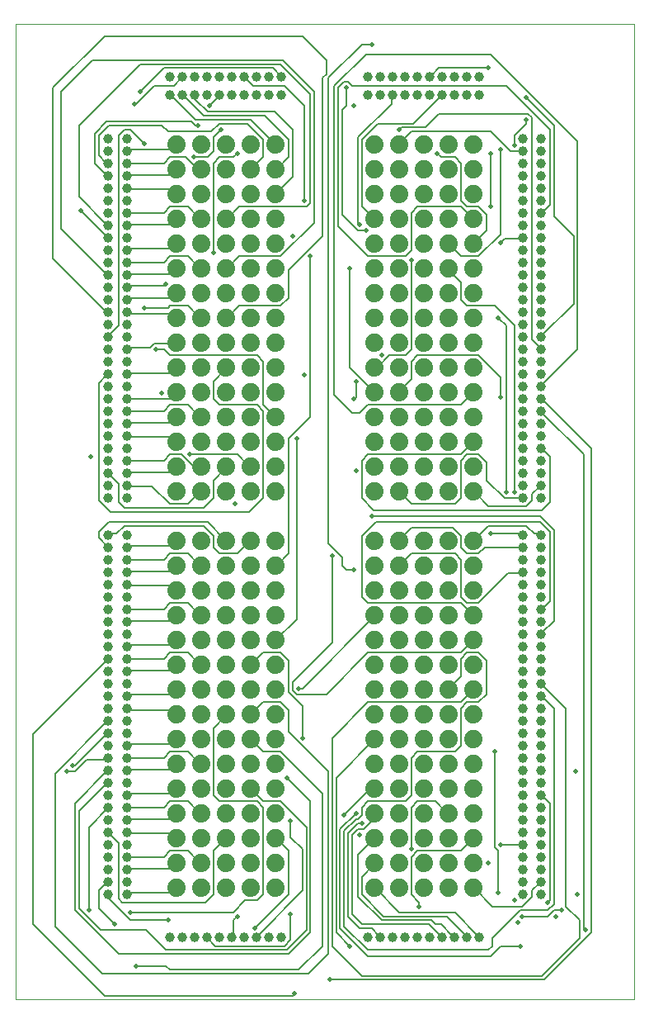
<source format=gtl>
G75*
%MOIN*%
%OFA0B0*%
%FSLAX25Y25*%
%IPPOS*%
%LPD*%
%AMOC8*
5,1,8,0,0,1.08239X$1,22.5*
%
%ADD10C,0.00000*%
%ADD11C,0.07400*%
%ADD12C,0.03937*%
%ADD13C,0.00800*%
%ADD14C,0.02000*%
D10*
X0001000Y0002650D02*
X0001000Y0396351D01*
X0250921Y0396351D01*
X0250921Y0002650D01*
X0001000Y0002650D01*
D11*
X0066000Y0047650D03*
X0066000Y0057650D03*
X0066000Y0067650D03*
X0066000Y0077650D03*
X0066000Y0087650D03*
X0066000Y0097650D03*
X0066000Y0107650D03*
X0066000Y0117650D03*
X0066000Y0127650D03*
X0066000Y0137650D03*
X0066000Y0147650D03*
X0066000Y0157650D03*
X0066000Y0167650D03*
X0066000Y0177650D03*
X0066000Y0187650D03*
X0076000Y0187650D03*
X0076000Y0177650D03*
X0076000Y0167650D03*
X0076000Y0157650D03*
X0076000Y0147650D03*
X0076000Y0137650D03*
X0076000Y0127650D03*
X0076000Y0117650D03*
X0076000Y0107650D03*
X0076000Y0097650D03*
X0076000Y0087650D03*
X0076000Y0077650D03*
X0076000Y0067650D03*
X0076000Y0057650D03*
X0076000Y0047650D03*
X0086000Y0047650D03*
X0086000Y0057650D03*
X0086000Y0067650D03*
X0086000Y0077650D03*
X0086000Y0087650D03*
X0086000Y0097650D03*
X0086000Y0107650D03*
X0086000Y0117650D03*
X0086000Y0127650D03*
X0086000Y0137650D03*
X0086000Y0147650D03*
X0086000Y0157650D03*
X0086000Y0167650D03*
X0086000Y0177650D03*
X0086000Y0187650D03*
X0096000Y0187650D03*
X0096000Y0177650D03*
X0096000Y0167650D03*
X0096000Y0157650D03*
X0096000Y0147650D03*
X0096000Y0137650D03*
X0096000Y0127650D03*
X0096000Y0117650D03*
X0096000Y0107650D03*
X0096000Y0097650D03*
X0096000Y0087650D03*
X0096000Y0077650D03*
X0096000Y0067650D03*
X0096000Y0057650D03*
X0096000Y0047650D03*
X0106000Y0047650D03*
X0106000Y0057650D03*
X0106000Y0067650D03*
X0106000Y0077650D03*
X0106000Y0087650D03*
X0106000Y0097650D03*
X0106000Y0107650D03*
X0106000Y0117650D03*
X0106000Y0127650D03*
X0106000Y0137650D03*
X0106000Y0147650D03*
X0106000Y0157650D03*
X0106000Y0167650D03*
X0106000Y0177650D03*
X0106000Y0187650D03*
X0106000Y0207650D03*
X0106000Y0217650D03*
X0106000Y0227650D03*
X0106000Y0237650D03*
X0106000Y0247650D03*
X0106000Y0257650D03*
X0106000Y0267650D03*
X0106000Y0277650D03*
X0106000Y0287650D03*
X0106000Y0297650D03*
X0106000Y0307650D03*
X0106000Y0317650D03*
X0106000Y0327650D03*
X0106000Y0337650D03*
X0106000Y0347650D03*
X0096000Y0347650D03*
X0096000Y0337650D03*
X0096000Y0327650D03*
X0096000Y0317650D03*
X0096000Y0307650D03*
X0096000Y0297650D03*
X0096000Y0287650D03*
X0096000Y0277650D03*
X0096000Y0267650D03*
X0096000Y0257650D03*
X0096000Y0247650D03*
X0096000Y0237650D03*
X0096000Y0227650D03*
X0096000Y0217650D03*
X0096000Y0207650D03*
X0086000Y0207650D03*
X0086000Y0217650D03*
X0086000Y0227650D03*
X0086000Y0237650D03*
X0086000Y0247650D03*
X0086000Y0257650D03*
X0086000Y0267650D03*
X0086000Y0277650D03*
X0086000Y0287650D03*
X0086000Y0297650D03*
X0086000Y0307650D03*
X0086000Y0317650D03*
X0086000Y0327650D03*
X0086000Y0337650D03*
X0086000Y0347650D03*
X0076000Y0347650D03*
X0076000Y0337650D03*
X0076000Y0327650D03*
X0076000Y0317650D03*
X0076000Y0307650D03*
X0076000Y0297650D03*
X0076000Y0287650D03*
X0076000Y0277650D03*
X0076000Y0267650D03*
X0076000Y0257650D03*
X0076000Y0247650D03*
X0076000Y0237650D03*
X0076000Y0227650D03*
X0076000Y0217650D03*
X0076000Y0207650D03*
X0066000Y0207650D03*
X0066000Y0217650D03*
X0066000Y0227650D03*
X0066000Y0237650D03*
X0066000Y0247650D03*
X0066000Y0257650D03*
X0066000Y0267650D03*
X0066000Y0277650D03*
X0066000Y0287650D03*
X0066000Y0297650D03*
X0066000Y0307650D03*
X0066000Y0317650D03*
X0066000Y0327650D03*
X0066000Y0337650D03*
X0066000Y0347650D03*
X0146000Y0347650D03*
X0146000Y0337650D03*
X0146000Y0327650D03*
X0146000Y0317650D03*
X0146000Y0307650D03*
X0146000Y0297650D03*
X0146000Y0287650D03*
X0146000Y0277650D03*
X0146000Y0267650D03*
X0146000Y0257650D03*
X0146000Y0247650D03*
X0146000Y0237650D03*
X0146000Y0227650D03*
X0146000Y0217650D03*
X0146000Y0207650D03*
X0156000Y0207650D03*
X0156000Y0217650D03*
X0156000Y0227650D03*
X0156000Y0237650D03*
X0156000Y0247650D03*
X0156000Y0257650D03*
X0156000Y0267650D03*
X0156000Y0277650D03*
X0156000Y0287650D03*
X0156000Y0297650D03*
X0156000Y0307650D03*
X0156000Y0317650D03*
X0156000Y0327650D03*
X0156000Y0337650D03*
X0156000Y0347650D03*
X0166000Y0347650D03*
X0166000Y0337650D03*
X0166000Y0327650D03*
X0166000Y0317650D03*
X0166000Y0307650D03*
X0166000Y0297650D03*
X0166000Y0287650D03*
X0166000Y0277650D03*
X0166000Y0267650D03*
X0166000Y0257650D03*
X0166000Y0247650D03*
X0166000Y0237650D03*
X0166000Y0227650D03*
X0166000Y0217650D03*
X0166000Y0207650D03*
X0176000Y0207650D03*
X0176000Y0217650D03*
X0176000Y0227650D03*
X0176000Y0237650D03*
X0176000Y0247650D03*
X0176000Y0257650D03*
X0176000Y0267650D03*
X0176000Y0277650D03*
X0176000Y0287650D03*
X0176000Y0297650D03*
X0176000Y0307650D03*
X0176000Y0317650D03*
X0176000Y0327650D03*
X0176000Y0337650D03*
X0176000Y0347650D03*
X0186000Y0347650D03*
X0186000Y0337650D03*
X0186000Y0327650D03*
X0186000Y0317650D03*
X0186000Y0307650D03*
X0186000Y0297650D03*
X0186000Y0287650D03*
X0186000Y0277650D03*
X0186000Y0267650D03*
X0186000Y0257650D03*
X0186000Y0247650D03*
X0186000Y0237650D03*
X0186000Y0227650D03*
X0186000Y0217650D03*
X0186000Y0207650D03*
X0186000Y0187650D03*
X0186000Y0177650D03*
X0186000Y0167650D03*
X0186000Y0157650D03*
X0186000Y0147650D03*
X0186000Y0137650D03*
X0186000Y0127650D03*
X0186000Y0117650D03*
X0186000Y0107650D03*
X0186000Y0097650D03*
X0186000Y0087650D03*
X0186000Y0077650D03*
X0186000Y0067650D03*
X0186000Y0057650D03*
X0186000Y0047650D03*
X0176000Y0047650D03*
X0176000Y0057650D03*
X0176000Y0067650D03*
X0176000Y0077650D03*
X0176000Y0087650D03*
X0176000Y0097650D03*
X0176000Y0107650D03*
X0176000Y0117650D03*
X0176000Y0127650D03*
X0176000Y0137650D03*
X0176000Y0147650D03*
X0176000Y0157650D03*
X0176000Y0167650D03*
X0176000Y0177650D03*
X0176000Y0187650D03*
X0166000Y0187650D03*
X0166000Y0177650D03*
X0166000Y0167650D03*
X0166000Y0157650D03*
X0166000Y0147650D03*
X0166000Y0137650D03*
X0166000Y0127650D03*
X0166000Y0117650D03*
X0166000Y0107650D03*
X0166000Y0097650D03*
X0166000Y0087650D03*
X0166000Y0077650D03*
X0166000Y0067650D03*
X0166000Y0057650D03*
X0166000Y0047650D03*
X0156000Y0047650D03*
X0156000Y0057650D03*
X0156000Y0067650D03*
X0156000Y0077650D03*
X0156000Y0087650D03*
X0156000Y0097650D03*
X0156000Y0107650D03*
X0156000Y0117650D03*
X0156000Y0127650D03*
X0156000Y0137650D03*
X0156000Y0147650D03*
X0156000Y0157650D03*
X0156000Y0167650D03*
X0156000Y0177650D03*
X0156000Y0187650D03*
X0146000Y0187650D03*
X0146000Y0177650D03*
X0146000Y0167650D03*
X0146000Y0157650D03*
X0146000Y0147650D03*
X0146000Y0137650D03*
X0146000Y0127650D03*
X0146000Y0117650D03*
X0146000Y0107650D03*
X0146000Y0097650D03*
X0146000Y0087650D03*
X0146000Y0077650D03*
X0146000Y0067650D03*
X0146000Y0057650D03*
X0146000Y0047650D03*
D12*
X0143500Y0027650D03*
X0148500Y0027650D03*
X0153500Y0027650D03*
X0158500Y0027650D03*
X0163500Y0027650D03*
X0168500Y0027650D03*
X0173500Y0027650D03*
X0178500Y0027650D03*
X0183500Y0027650D03*
X0188500Y0027650D03*
X0206000Y0045150D03*
X0206000Y0050150D03*
X0206000Y0055150D03*
X0206000Y0060150D03*
X0206000Y0065150D03*
X0206000Y0070150D03*
X0206000Y0075150D03*
X0206000Y0080150D03*
X0206000Y0085150D03*
X0206000Y0090150D03*
X0206000Y0095150D03*
X0206000Y0100150D03*
X0206000Y0105150D03*
X0206000Y0110150D03*
X0206000Y0115150D03*
X0206000Y0120150D03*
X0206000Y0125150D03*
X0206000Y0130150D03*
X0206000Y0135150D03*
X0206000Y0140150D03*
X0206000Y0145150D03*
X0206000Y0150150D03*
X0206000Y0155150D03*
X0206000Y0160150D03*
X0206000Y0165150D03*
X0206000Y0170150D03*
X0206000Y0175150D03*
X0206000Y0180150D03*
X0206000Y0185150D03*
X0206000Y0190150D03*
X0213500Y0190150D03*
X0213500Y0185150D03*
X0213500Y0180150D03*
X0213500Y0175150D03*
X0213500Y0170150D03*
X0213500Y0165150D03*
X0213500Y0160150D03*
X0213500Y0155150D03*
X0213500Y0150150D03*
X0213500Y0145150D03*
X0213500Y0140150D03*
X0213500Y0135150D03*
X0213500Y0130150D03*
X0213500Y0125150D03*
X0213500Y0120150D03*
X0213500Y0115150D03*
X0213500Y0110150D03*
X0213500Y0105150D03*
X0213500Y0100150D03*
X0213500Y0095150D03*
X0213500Y0090150D03*
X0213500Y0085150D03*
X0213500Y0080150D03*
X0213500Y0075150D03*
X0213500Y0070150D03*
X0213500Y0065150D03*
X0213500Y0060150D03*
X0213500Y0055150D03*
X0213500Y0050150D03*
X0213500Y0045150D03*
X0213500Y0205150D03*
X0213500Y0210150D03*
X0213500Y0215150D03*
X0213500Y0220150D03*
X0213500Y0225150D03*
X0213500Y0230150D03*
X0213500Y0235150D03*
X0213500Y0240150D03*
X0213500Y0245150D03*
X0213500Y0250150D03*
X0213500Y0255150D03*
X0213500Y0260150D03*
X0213500Y0265150D03*
X0213500Y0270150D03*
X0213500Y0275150D03*
X0213500Y0280150D03*
X0213500Y0285150D03*
X0213500Y0290150D03*
X0213500Y0295150D03*
X0213500Y0300150D03*
X0213500Y0305150D03*
X0213500Y0310150D03*
X0213500Y0315150D03*
X0213500Y0320150D03*
X0213500Y0325150D03*
X0213500Y0330150D03*
X0213500Y0335150D03*
X0213500Y0340150D03*
X0213500Y0345150D03*
X0213500Y0350150D03*
X0206000Y0350150D03*
X0206000Y0345150D03*
X0206000Y0340150D03*
X0206000Y0335150D03*
X0206000Y0330150D03*
X0206000Y0325150D03*
X0206000Y0320150D03*
X0206000Y0315150D03*
X0206000Y0310150D03*
X0206000Y0305150D03*
X0206000Y0300150D03*
X0206000Y0295150D03*
X0206000Y0290150D03*
X0206000Y0285150D03*
X0206000Y0280150D03*
X0206000Y0275150D03*
X0206000Y0270150D03*
X0206000Y0265150D03*
X0206000Y0260150D03*
X0206000Y0255150D03*
X0206000Y0250150D03*
X0206000Y0245150D03*
X0206000Y0240150D03*
X0206000Y0235150D03*
X0206000Y0230150D03*
X0206000Y0225150D03*
X0206000Y0220150D03*
X0206000Y0215150D03*
X0206000Y0210150D03*
X0206000Y0205150D03*
X0188500Y0367650D03*
X0183500Y0367650D03*
X0178500Y0367650D03*
X0173500Y0367650D03*
X0168500Y0367650D03*
X0163500Y0367650D03*
X0158500Y0367650D03*
X0153500Y0367650D03*
X0148500Y0367650D03*
X0143500Y0367650D03*
X0143500Y0375150D03*
X0148500Y0375150D03*
X0153500Y0375150D03*
X0158500Y0375150D03*
X0163500Y0375150D03*
X0168500Y0375150D03*
X0173500Y0375150D03*
X0178500Y0375150D03*
X0183500Y0375150D03*
X0188500Y0375150D03*
X0108500Y0375150D03*
X0103500Y0375150D03*
X0098500Y0375150D03*
X0093500Y0375150D03*
X0088500Y0375150D03*
X0083500Y0375150D03*
X0078500Y0375150D03*
X0073500Y0375150D03*
X0068500Y0375150D03*
X0063500Y0375150D03*
X0063500Y0367650D03*
X0068500Y0367650D03*
X0073500Y0367650D03*
X0078500Y0367650D03*
X0083500Y0367650D03*
X0088500Y0367650D03*
X0093500Y0367650D03*
X0098500Y0367650D03*
X0103500Y0367650D03*
X0108500Y0367650D03*
X0046000Y0350150D03*
X0046000Y0345150D03*
X0046000Y0340150D03*
X0046000Y0335150D03*
X0046000Y0330150D03*
X0046000Y0325150D03*
X0046000Y0320150D03*
X0046000Y0315150D03*
X0046000Y0310150D03*
X0046000Y0305150D03*
X0046000Y0300150D03*
X0046000Y0295150D03*
X0046000Y0290150D03*
X0046000Y0285150D03*
X0046000Y0280150D03*
X0046000Y0275150D03*
X0046000Y0270150D03*
X0046000Y0265150D03*
X0046000Y0260150D03*
X0046000Y0255150D03*
X0046000Y0250150D03*
X0046000Y0245150D03*
X0046000Y0240150D03*
X0046000Y0235150D03*
X0046000Y0230150D03*
X0046000Y0225150D03*
X0046000Y0220150D03*
X0046000Y0215150D03*
X0046000Y0210150D03*
X0046000Y0205150D03*
X0038500Y0205150D03*
X0038500Y0210150D03*
X0038500Y0215150D03*
X0038500Y0220150D03*
X0038500Y0225150D03*
X0038500Y0230150D03*
X0038500Y0235150D03*
X0038500Y0240150D03*
X0038500Y0245150D03*
X0038500Y0250150D03*
X0038500Y0255150D03*
X0038500Y0260150D03*
X0038500Y0265150D03*
X0038500Y0270150D03*
X0038500Y0275150D03*
X0038500Y0280150D03*
X0038500Y0285150D03*
X0038500Y0290150D03*
X0038500Y0295150D03*
X0038500Y0300150D03*
X0038500Y0305150D03*
X0038500Y0310150D03*
X0038500Y0315150D03*
X0038500Y0320150D03*
X0038500Y0325150D03*
X0038500Y0330150D03*
X0038500Y0335150D03*
X0038500Y0340150D03*
X0038500Y0345150D03*
X0038500Y0350150D03*
X0038500Y0190150D03*
X0038500Y0185150D03*
X0038500Y0180150D03*
X0038500Y0175150D03*
X0038500Y0170150D03*
X0038500Y0165150D03*
X0038500Y0160150D03*
X0038500Y0155150D03*
X0038500Y0150150D03*
X0038500Y0145150D03*
X0038500Y0140150D03*
X0038500Y0135150D03*
X0038500Y0130150D03*
X0038500Y0125150D03*
X0038500Y0120150D03*
X0038500Y0115150D03*
X0038500Y0110150D03*
X0038500Y0105150D03*
X0038500Y0100150D03*
X0038500Y0095150D03*
X0038500Y0090150D03*
X0038500Y0085150D03*
X0038500Y0080150D03*
X0038500Y0075150D03*
X0038500Y0070150D03*
X0038500Y0065150D03*
X0038500Y0060150D03*
X0038500Y0055150D03*
X0038500Y0050150D03*
X0038500Y0045150D03*
X0046000Y0045150D03*
X0046000Y0050150D03*
X0046000Y0055150D03*
X0046000Y0060150D03*
X0046000Y0065150D03*
X0046000Y0070150D03*
X0046000Y0075150D03*
X0046000Y0080150D03*
X0046000Y0085150D03*
X0046000Y0090150D03*
X0046000Y0095150D03*
X0046000Y0100150D03*
X0046000Y0105150D03*
X0046000Y0110150D03*
X0046000Y0115150D03*
X0046000Y0120150D03*
X0046000Y0125150D03*
X0046000Y0130150D03*
X0046000Y0135150D03*
X0046000Y0140150D03*
X0046000Y0145150D03*
X0046000Y0150150D03*
X0046000Y0155150D03*
X0046000Y0160150D03*
X0046000Y0165150D03*
X0046000Y0170150D03*
X0046000Y0175150D03*
X0046000Y0180150D03*
X0046000Y0185150D03*
X0046000Y0190150D03*
X0063500Y0027650D03*
X0068500Y0027650D03*
X0073500Y0027650D03*
X0078500Y0027650D03*
X0083500Y0027650D03*
X0088500Y0027650D03*
X0093500Y0027650D03*
X0098500Y0027650D03*
X0103500Y0027650D03*
X0108500Y0027650D03*
D13*
X0109800Y0024250D02*
X0112200Y0026650D01*
X0112200Y0037050D01*
X0111400Y0045050D02*
X0111400Y0062650D01*
X0106600Y0067450D01*
X0106000Y0067650D01*
X0112200Y0068250D02*
X0112200Y0074650D01*
X0112200Y0068250D02*
X0117000Y0063450D01*
X0117000Y0046650D01*
X0098600Y0028250D01*
X0098500Y0027650D01*
X0097800Y0031450D02*
X0111400Y0045050D01*
X0101000Y0045050D02*
X0101000Y0080250D01*
X0098600Y0082650D01*
X0083400Y0082650D01*
X0081000Y0085050D01*
X0081000Y0112250D01*
X0085800Y0117050D01*
X0086000Y0117650D01*
X0096000Y0117650D02*
X0101000Y0122650D01*
X0108200Y0122650D01*
X0111400Y0119450D01*
X0111400Y0110650D01*
X0127400Y0094650D01*
X0127400Y0021050D01*
X0119400Y0013050D01*
X0036200Y0013050D01*
X0017000Y0032250D01*
X0017000Y0093850D01*
X0037800Y0114650D01*
X0038500Y0115150D01*
X0038500Y0110150D02*
X0037800Y0109850D01*
X0025000Y0097050D01*
X0024200Y0097050D01*
X0025000Y0094650D02*
X0021800Y0094650D01*
X0025000Y0094650D02*
X0029800Y0099450D01*
X0037800Y0099450D01*
X0038500Y0100150D01*
X0038500Y0095150D02*
X0037800Y0094650D01*
X0025000Y0081850D01*
X0025000Y0038650D01*
X0042600Y0021050D01*
X0111400Y0021050D01*
X0120200Y0029850D01*
X0120200Y0082650D01*
X0110600Y0092250D01*
X0108200Y0102650D02*
X0101000Y0102650D01*
X0096000Y0107650D01*
X0108200Y0102650D02*
X0125000Y0085850D01*
X0125000Y0024250D01*
X0115400Y0014650D01*
X0063400Y0014650D01*
X0061800Y0016250D01*
X0049800Y0016250D01*
X0061800Y0022650D02*
X0053800Y0030650D01*
X0035400Y0030650D01*
X0026600Y0039450D01*
X0026600Y0078650D01*
X0037800Y0089850D01*
X0038500Y0090150D01*
X0038500Y0080150D02*
X0030600Y0072250D01*
X0030600Y0038650D01*
X0034600Y0039450D02*
X0041000Y0033050D01*
X0047400Y0034650D02*
X0038600Y0043450D01*
X0038600Y0045050D01*
X0038500Y0045150D01*
X0034600Y0046650D02*
X0037800Y0049850D01*
X0038500Y0050150D01*
X0034600Y0046650D02*
X0034600Y0039450D01*
X0042600Y0043450D02*
X0044200Y0041850D01*
X0077800Y0041850D01*
X0081000Y0045050D01*
X0081000Y0062650D01*
X0086000Y0067650D01*
X0076000Y0057650D02*
X0075400Y0057850D01*
X0070600Y0062650D01*
X0063400Y0062650D01*
X0061000Y0060250D01*
X0046600Y0060250D01*
X0046000Y0060150D01*
X0046600Y0055450D02*
X0046000Y0055150D01*
X0046600Y0055450D02*
X0064200Y0055450D01*
X0065800Y0057050D01*
X0066000Y0057650D01*
X0066000Y0047650D02*
X0064200Y0045850D01*
X0046600Y0045850D01*
X0046000Y0045150D01*
X0042600Y0043450D02*
X0042600Y0065850D01*
X0038600Y0069850D01*
X0038500Y0070150D01*
X0046000Y0070150D02*
X0046600Y0069850D01*
X0064200Y0069850D01*
X0065800Y0068250D01*
X0066000Y0067650D01*
X0064200Y0075450D02*
X0065800Y0077050D01*
X0066000Y0077650D01*
X0064200Y0075450D02*
X0046600Y0075450D01*
X0046000Y0075150D01*
X0046000Y0080150D02*
X0046600Y0080250D01*
X0061000Y0080250D01*
X0063400Y0082650D01*
X0070600Y0082650D01*
X0075400Y0077850D01*
X0076000Y0077650D01*
X0066000Y0087650D02*
X0064200Y0085850D01*
X0046600Y0085850D01*
X0046000Y0085150D01*
X0046000Y0095150D02*
X0046600Y0095450D01*
X0064200Y0095450D01*
X0065800Y0097050D01*
X0066000Y0097650D01*
X0063400Y0102650D02*
X0070600Y0102650D01*
X0075400Y0097850D01*
X0076000Y0097650D01*
X0066000Y0107650D02*
X0064200Y0105850D01*
X0046600Y0105850D01*
X0046000Y0105150D01*
X0046600Y0100250D02*
X0046000Y0100150D01*
X0046600Y0100250D02*
X0061000Y0100250D01*
X0063400Y0102650D01*
X0066000Y0117650D02*
X0064200Y0119450D01*
X0046600Y0119450D01*
X0046000Y0120150D01*
X0046000Y0125150D02*
X0046600Y0125850D01*
X0064200Y0125850D01*
X0066000Y0127650D01*
X0064200Y0135450D02*
X0065800Y0137050D01*
X0066000Y0137650D01*
X0064200Y0135450D02*
X0046600Y0135450D01*
X0046000Y0135150D01*
X0046000Y0140150D02*
X0046600Y0140250D01*
X0061000Y0140250D01*
X0063400Y0142650D01*
X0070600Y0142650D01*
X0075400Y0137850D01*
X0076000Y0137650D01*
X0066000Y0147650D02*
X0064200Y0145850D01*
X0046600Y0145850D01*
X0046000Y0145150D01*
X0038500Y0140150D02*
X0008200Y0109850D01*
X0008200Y0033050D01*
X0037000Y0004250D01*
X0113000Y0004250D01*
X0113800Y0005050D01*
X0110600Y0022650D02*
X0118600Y0030650D01*
X0118600Y0072250D01*
X0108200Y0082650D01*
X0101000Y0082650D01*
X0096000Y0087650D01*
X0117000Y0108250D02*
X0117000Y0121050D01*
X0111400Y0126650D01*
X0111400Y0139450D01*
X0108200Y0142650D01*
X0101000Y0142650D01*
X0096000Y0137650D01*
X0106000Y0147650D02*
X0114600Y0156250D01*
X0114600Y0229050D01*
X0111400Y0229050D02*
X0111400Y0182650D01*
X0106600Y0177850D01*
X0106000Y0177650D01*
X0096000Y0187650D02*
X0095400Y0187450D01*
X0090600Y0182650D01*
X0083400Y0182650D01*
X0081000Y0185050D01*
X0081000Y0189850D01*
X0077000Y0193850D01*
X0045000Y0193850D01*
X0041800Y0190650D01*
X0038600Y0190650D01*
X0038500Y0190150D01*
X0034600Y0189050D02*
X0038500Y0185150D01*
X0034600Y0189050D02*
X0034600Y0191450D01*
X0038600Y0195450D01*
X0078600Y0195450D01*
X0085800Y0188250D01*
X0086000Y0187650D01*
X0095400Y0199450D02*
X0101000Y0205050D01*
X0101000Y0240250D01*
X0098600Y0242650D01*
X0083400Y0242650D01*
X0081000Y0245050D01*
X0081000Y0252250D01*
X0085800Y0257050D01*
X0086000Y0257650D01*
X0098600Y0262650D02*
X0101000Y0260250D01*
X0101000Y0242650D01*
X0106000Y0237650D01*
X0111400Y0229050D02*
X0120200Y0237850D01*
X0120200Y0302650D01*
X0125000Y0310650D02*
X0111400Y0297050D01*
X0111400Y0285850D01*
X0108200Y0282650D01*
X0091400Y0282650D01*
X0086600Y0277850D01*
X0086000Y0277650D01*
X0076000Y0277650D02*
X0075400Y0277850D01*
X0070600Y0282650D01*
X0063400Y0282650D01*
X0062600Y0281850D01*
X0053000Y0281850D01*
X0046600Y0279450D02*
X0046000Y0280150D01*
X0046600Y0279450D02*
X0064200Y0279450D01*
X0066000Y0277650D01*
X0064200Y0285850D02*
X0066000Y0287650D01*
X0064200Y0285850D02*
X0046600Y0285850D01*
X0046000Y0285150D01*
X0046000Y0290150D02*
X0046600Y0290650D01*
X0061000Y0290650D01*
X0061800Y0291450D01*
X0064200Y0295450D02*
X0065800Y0297050D01*
X0066000Y0297650D01*
X0064200Y0295450D02*
X0046600Y0295450D01*
X0046000Y0295150D01*
X0046000Y0300150D02*
X0046600Y0300250D01*
X0061000Y0300250D01*
X0063400Y0302650D01*
X0070600Y0302650D01*
X0075400Y0297850D01*
X0076000Y0297650D01*
X0081000Y0304250D02*
X0081000Y0340250D01*
X0083400Y0342650D01*
X0089000Y0342650D01*
X0090600Y0344250D01*
X0096000Y0337650D02*
X0101000Y0342650D01*
X0101000Y0349850D01*
X0094600Y0356250D01*
X0083400Y0356250D01*
X0080200Y0353050D01*
X0062600Y0353050D01*
X0060200Y0355450D01*
X0038600Y0355450D01*
X0034600Y0351450D01*
X0034600Y0343450D01*
X0037800Y0340250D01*
X0038500Y0340150D01*
X0037800Y0335450D02*
X0038500Y0335150D01*
X0037800Y0335450D02*
X0033000Y0340250D01*
X0033000Y0352250D01*
X0037800Y0357050D01*
X0072200Y0357050D01*
X0073800Y0355450D01*
X0074600Y0355450D01*
X0073800Y0357850D02*
X0096200Y0357850D01*
X0105800Y0348250D01*
X0106000Y0347650D01*
X0111400Y0349850D02*
X0111400Y0342650D01*
X0106600Y0337850D01*
X0106000Y0337650D01*
X0113000Y0334650D02*
X0106000Y0327650D01*
X0113000Y0334650D02*
X0113000Y0353850D01*
X0105800Y0361050D01*
X0078600Y0361050D01*
X0073800Y0365850D01*
X0073800Y0367450D01*
X0073500Y0367650D01*
X0069000Y0367450D02*
X0077000Y0359450D01*
X0101800Y0359450D01*
X0111400Y0349850D01*
X0117800Y0363450D02*
X0117800Y0325050D01*
X0118600Y0322650D02*
X0091400Y0322650D01*
X0086600Y0317850D01*
X0086000Y0317650D01*
X0091400Y0302650D02*
X0086600Y0297850D01*
X0086000Y0297650D01*
X0091400Y0302650D02*
X0108200Y0302650D01*
X0121800Y0316250D01*
X0121800Y0369050D01*
X0109000Y0381850D01*
X0032200Y0381850D01*
X0019400Y0369050D01*
X0019400Y0313850D01*
X0037800Y0295450D01*
X0038500Y0295150D01*
X0046000Y0305150D02*
X0046600Y0305850D01*
X0064200Y0305850D01*
X0066000Y0307650D01*
X0064200Y0315450D02*
X0065800Y0317050D01*
X0066000Y0317650D01*
X0064200Y0315450D02*
X0046600Y0315450D01*
X0046000Y0315150D01*
X0046000Y0320150D02*
X0046600Y0320250D01*
X0061000Y0320250D01*
X0063400Y0322650D01*
X0070600Y0322650D01*
X0075400Y0317850D01*
X0076000Y0317650D01*
X0066000Y0327650D02*
X0065800Y0328250D01*
X0064200Y0329850D01*
X0046600Y0329850D01*
X0046000Y0330150D01*
X0046000Y0335150D02*
X0046600Y0335450D01*
X0064200Y0335450D01*
X0065800Y0337050D01*
X0066000Y0337650D01*
X0063400Y0342650D02*
X0069800Y0342650D01*
X0075400Y0337050D01*
X0076000Y0337650D01*
X0078600Y0342650D02*
X0073000Y0342650D01*
X0066000Y0347650D02*
X0064200Y0345850D01*
X0046600Y0345850D01*
X0046000Y0345150D01*
X0046600Y0340250D02*
X0046000Y0340150D01*
X0046600Y0340250D02*
X0061000Y0340250D01*
X0063400Y0342650D01*
X0053000Y0348250D02*
X0047400Y0353850D01*
X0045000Y0353850D01*
X0042600Y0351450D01*
X0042600Y0274650D01*
X0038600Y0270650D01*
X0038500Y0270150D01*
X0046000Y0265150D02*
X0046600Y0265850D01*
X0055400Y0265850D01*
X0057000Y0267450D01*
X0065800Y0267450D01*
X0066000Y0267650D01*
X0063400Y0262650D02*
X0098600Y0262650D01*
X0076000Y0237650D02*
X0075400Y0237850D01*
X0070600Y0242650D01*
X0063400Y0242650D01*
X0061000Y0240250D01*
X0046600Y0240250D01*
X0046000Y0240150D01*
X0046600Y0235450D02*
X0046000Y0235150D01*
X0046600Y0235450D02*
X0064200Y0235450D01*
X0065800Y0237050D01*
X0066000Y0237650D01*
X0063400Y0245050D02*
X0066000Y0247650D01*
X0063400Y0245050D02*
X0046600Y0245050D01*
X0046000Y0245150D01*
X0046000Y0255150D02*
X0046600Y0255450D01*
X0064200Y0255450D01*
X0065800Y0257050D01*
X0066000Y0257650D01*
X0063400Y0262650D02*
X0061000Y0265050D01*
X0057800Y0265050D01*
X0038500Y0255150D02*
X0037800Y0254650D01*
X0034600Y0251450D01*
X0034600Y0204250D01*
X0039400Y0199450D01*
X0095400Y0199450D01*
X0096000Y0217650D02*
X0095400Y0217850D01*
X0090600Y0222650D01*
X0071400Y0222650D01*
X0068200Y0222650D02*
X0073000Y0217850D01*
X0075400Y0217850D01*
X0076000Y0217650D01*
X0081000Y0212250D02*
X0085800Y0217050D01*
X0086000Y0217650D01*
X0081000Y0212250D02*
X0081000Y0205050D01*
X0077000Y0201050D01*
X0045000Y0201050D01*
X0042600Y0203450D01*
X0042600Y0210650D01*
X0038600Y0214650D01*
X0038500Y0215150D01*
X0046000Y0215150D02*
X0046600Y0215450D01*
X0064200Y0215450D01*
X0065800Y0217050D01*
X0066000Y0217650D01*
X0068200Y0222650D02*
X0063400Y0222650D01*
X0061000Y0220250D01*
X0046600Y0220250D01*
X0046000Y0220150D01*
X0046600Y0229850D02*
X0046000Y0230150D01*
X0046600Y0229850D02*
X0064200Y0229850D01*
X0065800Y0228250D01*
X0066000Y0227650D01*
X0056200Y0209850D02*
X0063400Y0202650D01*
X0070600Y0202650D01*
X0075400Y0207450D01*
X0076000Y0207650D01*
X0066000Y0187650D02*
X0064200Y0185850D01*
X0046600Y0185850D01*
X0046000Y0185150D01*
X0046600Y0180250D02*
X0046000Y0180150D01*
X0046600Y0180250D02*
X0061000Y0180250D01*
X0063400Y0182650D01*
X0070600Y0182650D01*
X0075400Y0177850D01*
X0076000Y0177650D01*
X0066000Y0177650D02*
X0065800Y0177050D01*
X0064200Y0175450D01*
X0046600Y0175450D01*
X0046000Y0175150D01*
X0046000Y0170150D02*
X0046600Y0169850D01*
X0064200Y0169850D01*
X0065800Y0168250D01*
X0066000Y0167650D01*
X0063400Y0162650D02*
X0061000Y0160250D01*
X0046600Y0160250D01*
X0046000Y0160150D01*
X0046600Y0155450D02*
X0046000Y0155150D01*
X0046600Y0155450D02*
X0064200Y0155450D01*
X0065800Y0157050D01*
X0066000Y0157650D01*
X0063400Y0162650D02*
X0070600Y0162650D01*
X0075400Y0157850D01*
X0076000Y0157650D01*
X0056200Y0209850D02*
X0046600Y0209850D01*
X0046000Y0210150D01*
X0038500Y0280150D02*
X0037800Y0280250D01*
X0016200Y0301850D01*
X0016200Y0370650D01*
X0037000Y0391450D01*
X0117000Y0391450D01*
X0126600Y0381850D01*
X0126600Y0376250D01*
X0125000Y0374650D01*
X0125000Y0310650D01*
X0131400Y0314650D02*
X0143400Y0302650D01*
X0158600Y0302650D01*
X0161000Y0305050D01*
X0161000Y0320250D01*
X0163400Y0322650D01*
X0181000Y0322650D01*
X0186000Y0317650D01*
X0188200Y0322650D02*
X0183400Y0322650D01*
X0181000Y0325050D01*
X0181000Y0340250D01*
X0178600Y0342650D01*
X0173000Y0342650D01*
X0171400Y0344250D01*
X0166600Y0354650D02*
X0157000Y0354650D01*
X0156200Y0353850D01*
X0161000Y0353050D02*
X0156200Y0348250D01*
X0156000Y0347650D01*
X0161000Y0353050D02*
X0193000Y0353050D01*
X0201000Y0345050D01*
X0205800Y0345050D01*
X0206000Y0345150D01*
X0202600Y0347450D02*
X0202600Y0351450D01*
X0207400Y0356250D01*
X0207400Y0357850D01*
X0208200Y0360250D02*
X0172200Y0360250D01*
X0166600Y0354650D01*
X0161800Y0356250D02*
X0147400Y0356250D01*
X0141000Y0349850D01*
X0141000Y0322650D01*
X0146000Y0317650D01*
X0142600Y0313050D02*
X0139400Y0313050D01*
X0133000Y0319450D01*
X0133000Y0361850D01*
X0134600Y0363450D01*
X0134600Y0370650D01*
X0133800Y0373050D02*
X0131400Y0370650D01*
X0131400Y0314650D01*
X0139400Y0316250D02*
X0140200Y0315450D01*
X0139400Y0316250D02*
X0139400Y0350650D01*
X0153000Y0364250D01*
X0153000Y0367450D01*
X0153500Y0367650D01*
X0161800Y0356250D02*
X0173000Y0367450D01*
X0173500Y0367650D01*
X0169000Y0375450D02*
X0168500Y0375150D01*
X0169000Y0375450D02*
X0172200Y0378650D01*
X0192200Y0378650D01*
X0193000Y0384250D02*
X0142600Y0384250D01*
X0129800Y0371450D01*
X0129800Y0246650D01*
X0137000Y0239450D01*
X0140200Y0239450D01*
X0143400Y0242650D01*
X0181000Y0242650D01*
X0186000Y0247650D01*
X0197000Y0253850D02*
X0188200Y0262650D01*
X0163400Y0262650D01*
X0161000Y0260250D01*
X0161000Y0253050D01*
X0156200Y0248250D01*
X0156000Y0247650D01*
X0146600Y0257050D02*
X0146000Y0257650D01*
X0146600Y0257050D02*
X0152200Y0262650D01*
X0158600Y0262650D01*
X0161000Y0265050D01*
X0161000Y0301050D01*
X0176000Y0297650D02*
X0176200Y0297050D01*
X0181000Y0292250D01*
X0181000Y0285050D01*
X0183400Y0282650D01*
X0194600Y0282650D01*
X0202600Y0274650D01*
X0202600Y0207450D01*
X0199400Y0207450D02*
X0199400Y0274650D01*
X0196200Y0277850D01*
X0209800Y0269050D02*
X0209800Y0358650D01*
X0208200Y0360250D01*
X0207400Y0366650D02*
X0218600Y0355450D01*
X0218600Y0318650D01*
X0226600Y0310650D01*
X0226600Y0283450D01*
X0213800Y0270650D01*
X0213500Y0270150D01*
X0209800Y0269050D02*
X0213000Y0265850D01*
X0213500Y0265150D01*
X0213800Y0250650D02*
X0213500Y0250150D01*
X0213800Y0250650D02*
X0228200Y0265050D01*
X0228200Y0349050D01*
X0193000Y0384250D01*
X0199400Y0371450D02*
X0137000Y0371450D01*
X0135400Y0373050D01*
X0133800Y0373050D01*
X0127400Y0374650D02*
X0127400Y0186650D01*
X0133000Y0181050D01*
X0133000Y0177850D01*
X0134600Y0176250D01*
X0137800Y0176250D01*
X0129000Y0181850D02*
X0129000Y0146650D01*
X0113000Y0130650D01*
X0113000Y0127450D01*
X0114600Y0125850D01*
X0126600Y0125850D01*
X0143400Y0142650D01*
X0181000Y0142650D01*
X0186000Y0147650D01*
X0188200Y0142650D02*
X0183400Y0142650D01*
X0181000Y0140250D01*
X0181000Y0133050D01*
X0176200Y0128250D01*
X0176000Y0127650D01*
X0181000Y0122650D02*
X0186000Y0127650D01*
X0188200Y0122650D02*
X0183400Y0122650D01*
X0181000Y0120250D01*
X0181000Y0105050D01*
X0178600Y0102650D01*
X0163400Y0102650D01*
X0161000Y0100250D01*
X0161000Y0085050D01*
X0158600Y0082650D01*
X0143400Y0082650D01*
X0141000Y0080250D01*
X0141000Y0077050D01*
X0139400Y0075450D01*
X0138600Y0075450D01*
X0133800Y0070650D01*
X0133800Y0032250D01*
X0143400Y0022650D01*
X0192200Y0022650D01*
X0193800Y0024250D01*
X0193800Y0027450D01*
X0205000Y0038650D01*
X0216200Y0038650D01*
X0218600Y0041050D01*
X0218600Y0120250D01*
X0213800Y0125050D01*
X0213500Y0125150D01*
X0213500Y0130150D02*
X0223400Y0120250D01*
X0223400Y0040250D01*
X0229000Y0034650D01*
X0229000Y0027450D01*
X0213800Y0012250D01*
X0141000Y0012250D01*
X0129000Y0024250D01*
X0129000Y0108250D01*
X0143400Y0122650D01*
X0181000Y0122650D01*
X0188200Y0122650D02*
X0191400Y0125850D01*
X0191400Y0139450D01*
X0188200Y0142650D01*
X0186000Y0157650D02*
X0181000Y0162650D01*
X0143400Y0162650D01*
X0141000Y0165050D01*
X0141000Y0189850D01*
X0146600Y0195450D01*
X0213000Y0195450D01*
X0217000Y0191450D01*
X0217000Y0163450D01*
X0213800Y0160250D01*
X0213500Y0160150D01*
X0218600Y0155450D02*
X0218600Y0192250D01*
X0213000Y0197850D01*
X0145000Y0197850D01*
X0145800Y0200250D02*
X0141000Y0205050D01*
X0141000Y0220250D01*
X0143400Y0222650D01*
X0181000Y0222650D01*
X0186000Y0227650D01*
X0188200Y0222650D02*
X0183400Y0222650D01*
X0181000Y0220250D01*
X0181000Y0205050D01*
X0178600Y0202650D01*
X0161000Y0202650D01*
X0156000Y0207650D01*
X0145800Y0200250D02*
X0213800Y0200250D01*
X0217000Y0203450D01*
X0217000Y0221850D01*
X0213800Y0225050D01*
X0213500Y0225150D01*
X0213800Y0239450D02*
X0213500Y0240150D01*
X0213800Y0239450D02*
X0230600Y0222650D01*
X0230600Y0031450D01*
X0231400Y0030650D01*
X0233800Y0029850D02*
X0214600Y0010650D01*
X0128200Y0010650D01*
X0136200Y0024250D02*
X0130600Y0029850D01*
X0130600Y0092250D01*
X0146000Y0107650D01*
X0146000Y0087650D02*
X0145800Y0087450D01*
X0144200Y0087450D01*
X0133800Y0077050D01*
X0138600Y0077850D02*
X0132200Y0071450D01*
X0132200Y0031450D01*
X0143400Y0020250D01*
X0193000Y0020250D01*
X0197000Y0024250D01*
X0205000Y0024250D01*
X0205800Y0036250D02*
X0216200Y0036250D01*
X0218600Y0038650D01*
X0221800Y0038650D01*
X0217000Y0042650D02*
X0216200Y0041850D01*
X0217000Y0042650D02*
X0217000Y0081850D01*
X0213800Y0085050D01*
X0213500Y0085150D01*
X0206000Y0065150D02*
X0205800Y0065050D01*
X0197000Y0065050D01*
X0194600Y0064250D02*
X0196200Y0062650D01*
X0196200Y0045850D01*
X0193800Y0040250D02*
X0186600Y0047450D01*
X0186000Y0047650D01*
X0193800Y0040250D02*
X0205800Y0040250D01*
X0209800Y0044250D01*
X0209800Y0046650D01*
X0213000Y0049850D01*
X0213500Y0050150D01*
X0194600Y0064250D02*
X0194600Y0102650D01*
X0176000Y0077650D02*
X0175400Y0077850D01*
X0170600Y0082650D01*
X0163400Y0082650D01*
X0161000Y0080250D01*
X0161000Y0063450D01*
X0163400Y0062650D02*
X0161000Y0060250D01*
X0161000Y0045050D01*
X0164200Y0041850D01*
X0164200Y0040250D01*
X0169000Y0034650D02*
X0149000Y0034650D01*
X0139400Y0044250D01*
X0139400Y0061050D01*
X0146000Y0067650D01*
X0141800Y0071450D02*
X0145800Y0075450D01*
X0145800Y0077050D01*
X0146000Y0077650D01*
X0141000Y0073850D02*
X0139400Y0073850D01*
X0135400Y0069850D01*
X0135400Y0036250D01*
X0140200Y0031450D01*
X0145000Y0031450D01*
X0148200Y0028250D01*
X0148500Y0027650D01*
X0149800Y0036250D02*
X0141000Y0045050D01*
X0141000Y0052250D01*
X0145800Y0057050D01*
X0146000Y0057650D01*
X0146000Y0047650D02*
X0146600Y0047450D01*
X0156200Y0037850D01*
X0178600Y0037850D01*
X0188200Y0028250D01*
X0188500Y0027650D01*
X0183500Y0027650D02*
X0183400Y0028250D01*
X0175400Y0036250D01*
X0149800Y0036250D01*
X0141000Y0033050D02*
X0137000Y0037050D01*
X0137000Y0069050D01*
X0139400Y0071450D01*
X0141800Y0071450D01*
X0163400Y0062650D02*
X0181000Y0062650D01*
X0186000Y0067650D01*
X0173000Y0033050D02*
X0170600Y0033050D01*
X0169000Y0034650D01*
X0168200Y0033050D02*
X0173000Y0028250D01*
X0173500Y0027650D01*
X0177800Y0028250D02*
X0173000Y0033050D01*
X0168200Y0033050D02*
X0141000Y0033050D01*
X0110600Y0022650D02*
X0061800Y0022650D01*
X0062600Y0034650D02*
X0047400Y0034650D01*
X0047400Y0037850D02*
X0089000Y0037850D01*
X0093800Y0042650D01*
X0098600Y0042650D01*
X0101000Y0045050D01*
X0090600Y0036250D02*
X0089000Y0034650D01*
X0089000Y0028250D01*
X0088500Y0027650D01*
X0081800Y0024250D02*
X0109800Y0024250D01*
X0081800Y0024250D02*
X0078600Y0027450D01*
X0078500Y0027650D01*
X0115400Y0128250D02*
X0117000Y0128250D01*
X0145800Y0157050D01*
X0146000Y0157650D01*
X0156000Y0177650D02*
X0161000Y0182650D01*
X0178600Y0182650D01*
X0181000Y0180250D01*
X0181000Y0165050D01*
X0183400Y0162650D01*
X0188200Y0162650D01*
X0200200Y0174650D01*
X0205800Y0174650D01*
X0206000Y0175150D01*
X0205800Y0185050D02*
X0206000Y0185150D01*
X0205800Y0185050D02*
X0190600Y0185050D01*
X0188200Y0182650D01*
X0183400Y0182650D01*
X0181000Y0185050D01*
X0181000Y0189850D01*
X0177800Y0193050D01*
X0161000Y0193050D01*
X0156200Y0188250D01*
X0156000Y0187650D01*
X0186000Y0187650D02*
X0192200Y0193850D01*
X0207400Y0193850D01*
X0210600Y0190650D01*
X0213000Y0190650D01*
X0213500Y0190150D01*
X0206000Y0190150D02*
X0205800Y0190650D01*
X0193000Y0190650D01*
X0192200Y0201850D02*
X0186600Y0207450D01*
X0186000Y0207650D01*
X0191400Y0212250D02*
X0191400Y0219450D01*
X0188200Y0222650D01*
X0191400Y0212250D02*
X0198600Y0205050D01*
X0205800Y0205050D01*
X0206000Y0205150D01*
X0207400Y0201850D02*
X0192200Y0201850D01*
X0207400Y0201850D02*
X0209800Y0204250D01*
X0209800Y0206650D01*
X0213000Y0209850D01*
X0213500Y0210150D01*
X0233800Y0225050D02*
X0233800Y0029850D01*
X0178500Y0027650D02*
X0177800Y0028250D01*
X0213500Y0150150D02*
X0213800Y0150650D01*
X0218600Y0155450D01*
X0233800Y0225050D02*
X0213800Y0245050D01*
X0213500Y0245150D01*
X0197000Y0245850D02*
X0197000Y0253850D01*
X0188200Y0302650D02*
X0181000Y0302650D01*
X0176000Y0307650D01*
X0186000Y0307650D02*
X0191400Y0313050D01*
X0191400Y0319450D01*
X0188200Y0322650D01*
X0193000Y0322650D02*
X0193000Y0344250D01*
X0197000Y0345850D02*
X0197000Y0311450D01*
X0188200Y0302650D01*
X0197000Y0308250D02*
X0198600Y0309850D01*
X0205800Y0309850D01*
X0206000Y0310150D01*
X0213500Y0320150D02*
X0213800Y0320250D01*
X0217000Y0323450D01*
X0217000Y0353850D01*
X0199400Y0371450D01*
X0145000Y0388250D02*
X0141000Y0388250D01*
X0127400Y0374650D01*
X0120200Y0368250D02*
X0120200Y0324250D01*
X0118600Y0322650D01*
X0136200Y0297850D02*
X0136200Y0257850D01*
X0145800Y0248250D01*
X0146000Y0247650D01*
X0138600Y0245850D02*
X0137800Y0245050D01*
X0138600Y0245850D02*
X0138600Y0252250D01*
X0078600Y0342650D02*
X0081000Y0345050D01*
X0081000Y0350650D01*
X0084200Y0353850D01*
X0079400Y0363450D02*
X0083400Y0367450D01*
X0083500Y0367650D01*
X0093800Y0374650D02*
X0093500Y0375150D01*
X0093800Y0374650D02*
X0097000Y0371450D01*
X0109800Y0371450D01*
X0117800Y0363450D01*
X0120200Y0368250D02*
X0108200Y0380250D01*
X0051400Y0380250D01*
X0026600Y0355450D01*
X0026600Y0326650D01*
X0037800Y0315450D01*
X0038500Y0315150D01*
X0037800Y0310650D02*
X0038500Y0310150D01*
X0037800Y0310650D02*
X0027400Y0321050D01*
X0049000Y0364250D02*
X0049800Y0364250D01*
X0057000Y0371450D01*
X0065000Y0371450D01*
X0068200Y0374650D01*
X0068500Y0375150D01*
X0068500Y0367650D02*
X0069000Y0367450D01*
X0064200Y0367450D02*
X0073800Y0357850D01*
X0064200Y0367450D02*
X0063500Y0367650D01*
X0061000Y0378650D02*
X0051400Y0369050D01*
X0061000Y0378650D02*
X0105000Y0378650D01*
X0108500Y0375150D01*
D14*
X0090600Y0344250D03*
X0084200Y0353850D03*
X0079400Y0363450D03*
X0074600Y0355450D03*
X0073000Y0342650D03*
X0053000Y0348250D03*
X0049000Y0364250D03*
X0051400Y0369050D03*
X0027400Y0321050D03*
X0053000Y0281850D03*
X0061800Y0291450D03*
X0057800Y0265050D03*
X0060200Y0247450D03*
X0071400Y0222650D03*
X0089800Y0202650D03*
X0114600Y0229050D03*
X0117800Y0254650D03*
X0137800Y0245050D03*
X0138600Y0252250D03*
X0149000Y0262650D03*
X0136200Y0297850D03*
X0142600Y0313050D03*
X0140200Y0315450D03*
X0120200Y0302650D03*
X0113000Y0310650D03*
X0117800Y0325050D03*
X0137800Y0363450D03*
X0134600Y0370650D03*
X0145000Y0388250D03*
X0156200Y0353850D03*
X0171400Y0344250D03*
X0193000Y0344250D03*
X0197000Y0345850D03*
X0202600Y0347450D03*
X0207400Y0357850D03*
X0207400Y0366650D03*
X0192200Y0378650D03*
X0193000Y0322650D03*
X0197000Y0308250D03*
X0196200Y0277850D03*
X0197000Y0245850D03*
X0199400Y0207450D03*
X0202600Y0207450D03*
X0193000Y0190650D03*
X0145000Y0197850D03*
X0138600Y0216250D03*
X0129000Y0181850D03*
X0137800Y0176250D03*
X0115400Y0128250D03*
X0117000Y0108250D03*
X0110600Y0092250D03*
X0112200Y0074650D03*
X0133800Y0077050D03*
X0138600Y0077850D03*
X0141000Y0073850D03*
X0140200Y0069050D03*
X0161000Y0063450D03*
X0164200Y0040250D03*
X0136200Y0024250D03*
X0128200Y0010650D03*
X0113800Y0005050D03*
X0097800Y0031450D03*
X0090600Y0036250D03*
X0112200Y0037050D03*
X0062600Y0034650D03*
X0049800Y0016250D03*
X0041000Y0033050D03*
X0047400Y0037850D03*
X0030600Y0038650D03*
X0021800Y0094650D03*
X0024200Y0097050D03*
X0031400Y0221850D03*
X0081000Y0304250D03*
X0161000Y0301050D03*
X0194600Y0102650D03*
X0197000Y0065050D03*
X0192200Y0057850D03*
X0196200Y0045850D03*
X0202600Y0042650D03*
X0205800Y0036250D03*
X0204200Y0033850D03*
X0205000Y0024250D03*
X0216200Y0041850D03*
X0219400Y0036250D03*
X0221800Y0038650D03*
X0228200Y0045050D03*
X0231400Y0030650D03*
X0227400Y0094650D03*
M02*

</source>
